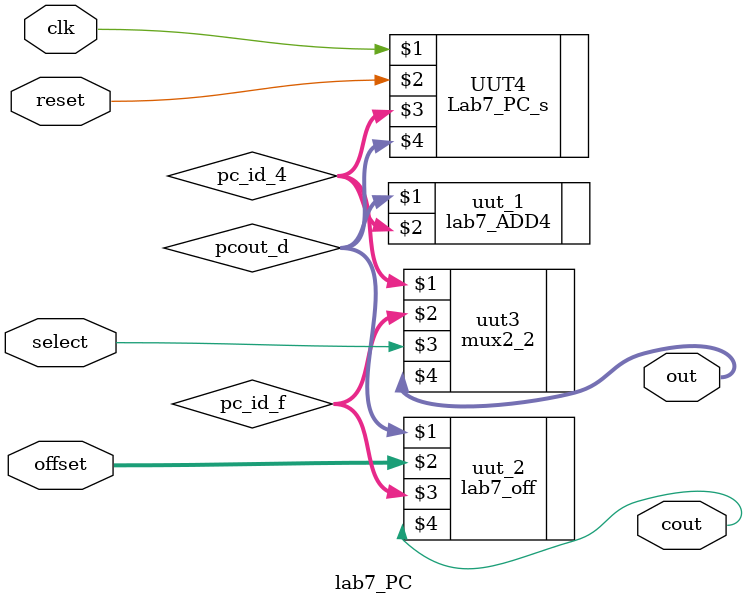
<source format=v>
module lab7_PC( out, clk, reset, select,offset, cout);

	input clk;
	input reset;
	input select;
	output cout;
	
	input [7:0] offset;
	output [7:0] out;
	
	wire [7:0] pc_id_4,pc_id_f, pcout_d;
	
	lab7_ADD4 uut_1(pcout_d, pc_id_4);
	
	lab7_off uut_2(pcout_d, offset, pc_id_f, cout);
	
	
	mux2_2 uut3 (pc_id_4,pc_id_f,select,out);
	
	Lab7_PC_s UUT4 (clk, reset, pc_id_4,pcout_d);
	
endmodule
	
	

</source>
